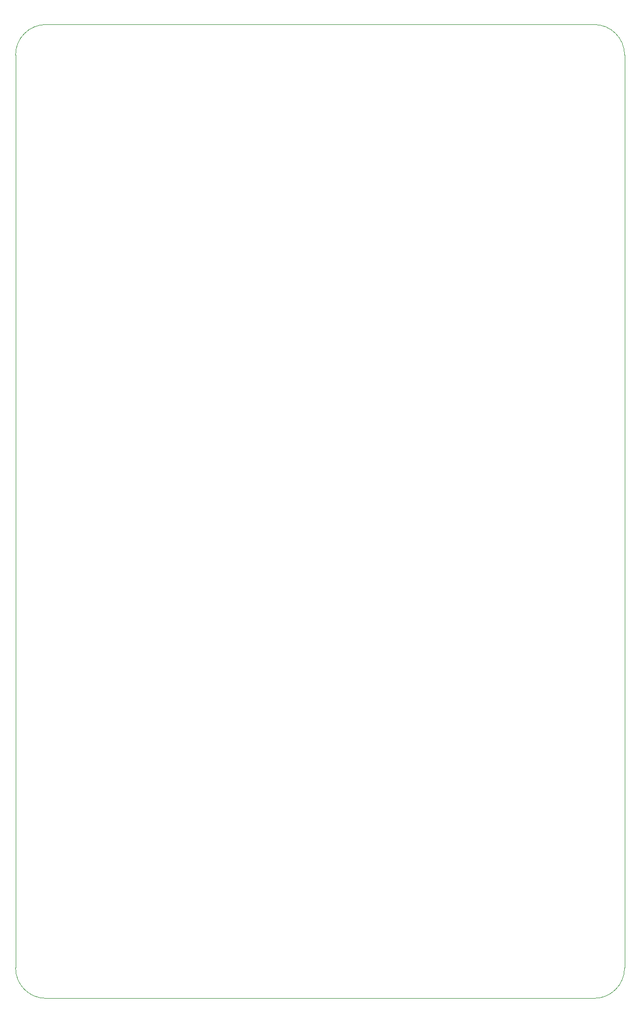
<source format=gm1>
G04 #@! TF.GenerationSoftware,KiCad,Pcbnew,(5.0.1)-4*
G04 #@! TF.CreationDate,2019-01-15T19:26:54-05:00*
G04 #@! TF.ProjectId,CA6,4341362E6B696361645F706362000000,rev?*
G04 #@! TF.SameCoordinates,Original*
G04 #@! TF.FileFunction,Profile,NP*
%FSLAX46Y46*%
G04 Gerber Fmt 4.6, Leading zero omitted, Abs format (unit mm)*
G04 Created by KiCad (PCBNEW (5.0.1)-4) date 1/15/2019 7:26:54 PM*
%MOMM*%
%LPD*%
G01*
G04 APERTURE LIST*
%ADD10C,0.099060*%
G04 APERTURE END LIST*
D10*
X121920000Y-25400000D02*
X30480000Y-25400000D01*
X127000000Y-182880000D02*
X127000000Y-30480000D01*
X30480000Y-187960000D02*
X121920000Y-187960000D01*
X25400000Y-30480000D02*
X25400000Y-182880000D01*
X25400000Y-182880000D02*
G75*
G03X30480000Y-187960000I5080000J0D01*
G01*
X30480000Y-25400000D02*
G75*
G03X25400000Y-30480000I0J-5080000D01*
G01*
X127000000Y-30480000D02*
G75*
G03X121920000Y-25400000I-5080000J0D01*
G01*
X121920000Y-187960000D02*
G75*
G03X127000000Y-182880000I0J5080000D01*
G01*
M02*

</source>
